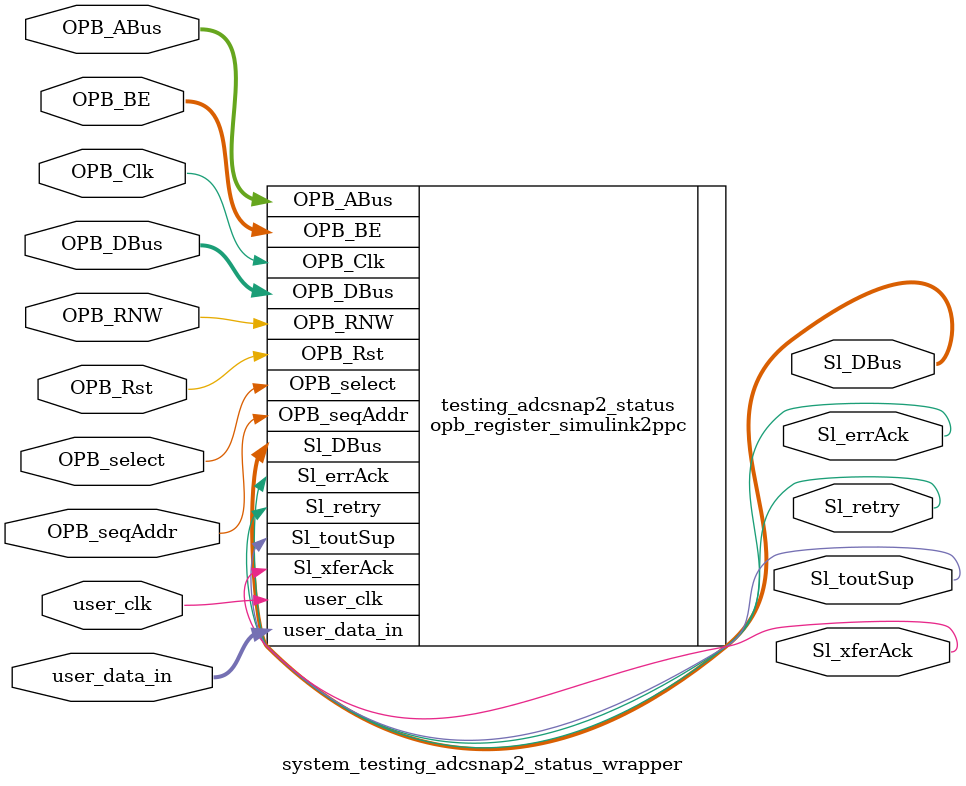
<source format=v>

module system_testing_adcsnap2_status_wrapper
  (
    OPB_Clk,
    OPB_Rst,
    Sl_DBus,
    Sl_errAck,
    Sl_retry,
    Sl_toutSup,
    Sl_xferAck,
    OPB_ABus,
    OPB_BE,
    OPB_DBus,
    OPB_RNW,
    OPB_select,
    OPB_seqAddr,
    user_data_in,
    user_clk
  );
  input OPB_Clk;
  input OPB_Rst;
  output [0:31] Sl_DBus;
  output Sl_errAck;
  output Sl_retry;
  output Sl_toutSup;
  output Sl_xferAck;
  input [0:31] OPB_ABus;
  input [0:3] OPB_BE;
  input [0:31] OPB_DBus;
  input OPB_RNW;
  input OPB_select;
  input OPB_seqAddr;
  input [31:0] user_data_in;
  input user_clk;

  opb_register_simulink2ppc
    #(
      .C_BASEADDR ( 32'h01010100 ),
      .C_HIGHADDR ( 32'h010101FF ),
      .C_OPB_AWIDTH ( 32 ),
      .C_OPB_DWIDTH ( 32 ),
      .C_FAMILY ( "virtex6" )
    )
    testing_adcsnap2_status (
      .OPB_Clk ( OPB_Clk ),
      .OPB_Rst ( OPB_Rst ),
      .Sl_DBus ( Sl_DBus ),
      .Sl_errAck ( Sl_errAck ),
      .Sl_retry ( Sl_retry ),
      .Sl_toutSup ( Sl_toutSup ),
      .Sl_xferAck ( Sl_xferAck ),
      .OPB_ABus ( OPB_ABus ),
      .OPB_BE ( OPB_BE ),
      .OPB_DBus ( OPB_DBus ),
      .OPB_RNW ( OPB_RNW ),
      .OPB_select ( OPB_select ),
      .OPB_seqAddr ( OPB_seqAddr ),
      .user_data_in ( user_data_in ),
      .user_clk ( user_clk )
    );

endmodule


</source>
